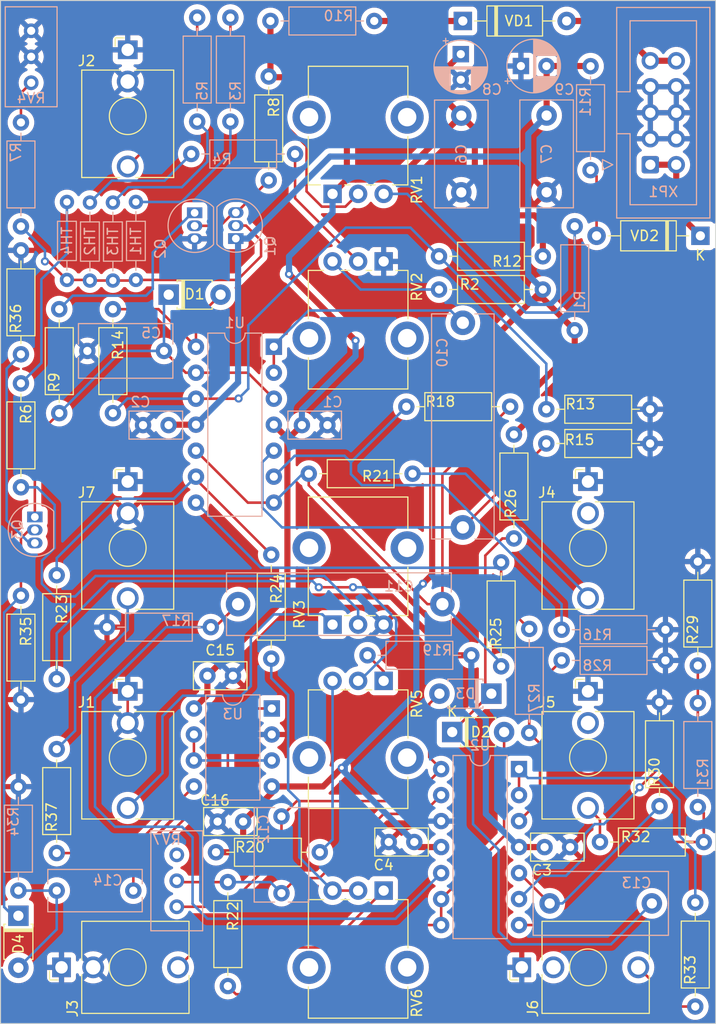
<source format=kicad_pcb>
(kicad_pcb (version 20221018) (generator pcbnew)

  (general
    (thickness 1.6)
  )

  (paper "A4")
  (layers
    (0 "F.Cu" signal)
    (31 "B.Cu" signal)
    (32 "B.Adhes" user "B.Adhesive")
    (33 "F.Adhes" user "F.Adhesive")
    (34 "B.Paste" user)
    (35 "F.Paste" user)
    (36 "B.SilkS" user "B.Silkscreen")
    (37 "F.SilkS" user "F.Silkscreen")
    (38 "B.Mask" user)
    (39 "F.Mask" user)
    (40 "Dwgs.User" user "User.Drawings")
    (41 "Cmts.User" user "User.Comments")
    (42 "Eco1.User" user "User.Eco1")
    (43 "Eco2.User" user "User.Eco2")
    (44 "Edge.Cuts" user)
    (45 "Margin" user)
    (46 "B.CrtYd" user "B.Courtyard")
    (47 "F.CrtYd" user "F.Courtyard")
    (48 "B.Fab" user)
    (49 "F.Fab" user)
    (50 "User.1" user)
    (51 "User.2" user)
    (52 "User.3" user)
    (53 "User.4" user)
    (54 "User.5" user)
    (55 "User.6" user)
    (56 "User.7" user)
    (57 "User.8" user)
    (58 "User.9" user)
  )

  (setup
    (stackup
      (layer "F.SilkS" (type "Top Silk Screen"))
      (layer "F.Paste" (type "Top Solder Paste"))
      (layer "F.Mask" (type "Top Solder Mask") (thickness 0.01))
      (layer "F.Cu" (type "copper") (thickness 0.035))
      (layer "dielectric 1" (type "core") (thickness 1.51) (material "FR4") (epsilon_r 4.5) (loss_tangent 0.02))
      (layer "B.Cu" (type "copper") (thickness 0.035))
      (layer "B.Mask" (type "Bottom Solder Mask") (thickness 0.01))
      (layer "B.Paste" (type "Bottom Solder Paste"))
      (layer "B.SilkS" (type "Bottom Silk Screen"))
      (copper_finish "None")
      (dielectric_constraints no)
    )
    (pad_to_mask_clearance 0)
    (grid_origin 84.5 17.5)
    (pcbplotparams
      (layerselection 0x00010fc_ffffffff)
      (plot_on_all_layers_selection 0x0000000_00000000)
      (disableapertmacros false)
      (usegerberextensions false)
      (usegerberattributes true)
      (usegerberadvancedattributes true)
      (creategerberjobfile true)
      (dashed_line_dash_ratio 12.000000)
      (dashed_line_gap_ratio 3.000000)
      (svgprecision 6)
      (plotframeref false)
      (viasonmask true)
      (mode 1)
      (useauxorigin true)
      (hpglpennumber 1)
      (hpglpenspeed 20)
      (hpglpendiameter 15.000000)
      (dxfpolygonmode true)
      (dxfimperialunits true)
      (dxfusepcbnewfont true)
      (psnegative false)
      (psa4output false)
      (plotreference true)
      (plotvalue true)
      (plotinvisibletext false)
      (sketchpadsonfab false)
      (subtractmaskfromsilk false)
      (outputformat 1)
      (mirror false)
      (drillshape 0)
      (scaleselection 1)
      (outputdirectory "./gerbers")
    )
  )

  (net 0 "")
  (net 1 "+12V")
  (net 2 "GNDREF")
  (net 3 "-12V")
  (net 4 "Net-(C5-Pad1)")
  (net 5 "Net-(C10-Pad1)")
  (net 6 "Net-(C10-Pad2)")
  (net 7 "Net-(C11-Pad1)")
  (net 8 "Net-(C11-Pad2)")
  (net 9 "Net-(C12-Pad1)")
  (net 10 "Net-(C12-Pad2)")
  (net 11 "Net-(C13-Pad1)")
  (net 12 "Net-(C13-Pad2)")
  (net 13 "Net-(D1-Pad2)")
  (net 14 "Net-(D2-Pad2)")
  (net 15 "Net-(C14-Pad1)")
  (net 16 "Net-(Q1-Pad3)")
  (net 17 "Net-(Q2-Pad1)")
  (net 18 "Net-(R1-Pad1)")
  (net 19 "Net-(R2-Pad1)")
  (net 20 "Net-(R3-Pad1)")
  (net 21 "Net-(R3-Pad2)")
  (net 22 "Net-(R4-Pad1)")
  (net 23 "Net-(R4-Pad2)")
  (net 24 "Net-(R5-Pad1)")
  (net 25 "Net-(J2-PadT)")
  (net 26 "Net-(R6-Pad1)")
  (net 27 "Net-(R6-Pad2)")
  (net 28 "Net-(R7-Pad2)")
  (net 29 "Net-(R10-Pad1)")
  (net 30 "Net-(R11-Pad2)")
  (net 31 "Net-(R12-Pad2)")
  (net 32 "Net-(R16-Pad1)")
  (net 33 "Net-(R19-Pad2)")
  (net 34 "Net-(R20-Pad1)")
  (net 35 "Net-(J4-PadT)")
  (net 36 "Net-(R23-Pad1)")
  (net 37 "Net-(R23-Pad2)")
  (net 38 "Net-(R24-Pad2)")
  (net 39 "Net-(R25-Pad2)")
  (net 40 "Net-(R27-Pad2)")
  (net 41 "Net-(R29-Pad1)")
  (net 42 "Net-(R31-Pad1)")
  (net 43 "Net-(J5-PadT)")
  (net 44 "Net-(J6-PadT)")
  (net 45 "Net-(R33-Pad2)")
  (net 46 "/FM IN LVL")
  (net 47 "Net-(J3-PadT)")
  (net 48 "unconnected-(RV7-Pad1)")
  (net 49 "Net-(VD1-Pad2)")
  (net 50 "Net-(VD2-Pad1)")
  (net 51 "Net-(C14-Pad2)")
  (net 52 "Net-(D4-Pad1)")
  (net 53 "unconnected-(J4-PadTN)")
  (net 54 "unconnected-(J5-PadTN)")
  (net 55 "unconnected-(J6-PadTN)")
  (net 56 "Net-(J7-PadT)")
  (net 57 "Net-(Q1-Pad2)")
  (net 58 "Net-(Q3-Pad3)")
  (net 59 "Net-(R37-Pad1)")
  (net 60 "Net-(U3-Pad3)")

  (footprint "Capacitor_THT:C_Disc_D5.0mm_W2.5mm_P2.50mm" (layer "F.Cu") (at 41.25 94.25))

  (footprint "SynthMages:Jack_3.5mm_QingPu_WQP-PJ398SM_Vertical_CircularHoles_Socket_Centered" (layer "F.Cu") (at 32.45 88))

  (footprint "Resistor_THT:R_Axial_DIN0207_L6.3mm_D2.5mm_P10.16mm_Horizontal" (layer "F.Cu") (at 42.25 100.17 -90))

  (footprint "SynthMages:Potentiometer_Alpha_RD901F-40-00D_Single_Vertical_CircularHoles_Shaft_Centered" (layer "F.Cu") (at 55 47 -90))

  (footprint "Resistor_THT:R_Axial_DIN0207_L6.3mm_D2.5mm_P10.16mm_Horizontal" (layer "F.Cu") (at 60.33 60.25 180))

  (footprint "SynthMages:Jack_3.5mm_QingPu_WQP-PJ398SM_Vertical_CircularHoles_Socket_Centered" (layer "F.Cu") (at 77.5 88))

  (footprint "Resistor_THT:R_Axial_DIN0207_L6.3mm_D2.5mm_P10.16mm_Horizontal" (layer "F.Cu") (at 22 51.42 -90))

  (footprint "SynthMages:Jack_3.5mm_QingPu_WQP-PJ398SM_Vertical_CircularHoles_Socket_Centered" (layer "F.Cu") (at 32.45 67.5))

  (footprint "Resistor_THT:R_Axial_DIN0207_L6.3mm_D2.5mm_P10.16mm_Horizontal" (layer "F.Cu") (at 78.67 96.25))

  (footprint "SynthMages:Jack_3.5mm_QingPu_WQP-PJ398SM_Vertical_CircularHoles_Socket_Centered" (layer "F.Cu") (at 77.5 108.5 90))

  (footprint "SynthMages:Jack_3.5mm_QingPu_WQP-PJ398SM_Vertical_CircularHoles_Socket_Centered" (layer "F.Cu") (at 32.45 25.3))

  (footprint "Resistor_THT:R_Axial_DIN0207_L6.3mm_D2.5mm_P10.16mm_Horizontal" (layer "F.Cu") (at 46.5 68.17 -90))

  (footprint "Resistor_THT:R_Axial_DIN0207_L6.3mm_D2.5mm_P10.16mm_Horizontal" (layer "F.Cu") (at 88 112.33 90))

  (footprint "Resistor_THT:R_Axial_DIN0207_L6.3mm_D2.5mm_P10.16mm_Horizontal" (layer "F.Cu") (at 88.25 79 90))

  (footprint "Capacitor_THT:C_Disc_D5.0mm_W2.5mm_P2.50mm" (layer "F.Cu") (at 40.25 80))

  (footprint "Capacitor_THT:C_Disc_D5.0mm_W2.5mm_P2.50mm" (layer "F.Cu") (at 58 96.25))

  (footprint "Resistor_THT:R_Axial_DIN0207_L6.3mm_D2.5mm_P10.16mm_Horizontal" (layer "F.Cu") (at 73.42 57.3))

  (footprint "SynthMages:Potentiometer_Alpha_RD901F-40-00D_Single_Vertical_CircularHoles_Shaft_Centered" (layer "F.Cu") (at 55 88 -90))

  (footprint "Resistor_THT:R_Axial_DIN0207_L6.3mm_D2.5mm_P10.16mm_Horizontal" (layer "F.Cu") (at 73.08 39 180))

  (footprint "Diode_THT:D_A-405_P10.16mm_Horizontal" (layer "F.Cu") (at 88.5 37 180))

  (footprint "Capacitor_THT:C_Disc_D5.0mm_W2.5mm_P2.50mm" (layer "F.Cu") (at 73.25 96.75))

  (footprint "Diode_THT:D_T-1_P5.08mm_Horizontal" (layer "F.Cu") (at 64.21 85.5))

  (footprint "SynthMages:Jack_3.5mm_QingPu_WQP-PJ398SM_Vertical_CircularHoles_Socket_Centered" (layer "F.Cu") (at 32.45 108.5 90))

  (footprint "Resistor_THT:R_Axial_DIN0207_L6.3mm_D2.5mm_P10.16mm_Horizontal" (layer "F.Cu") (at 22 48.58 90))

  (footprint "Diode_THT:D_T-1_P5.08mm_Horizontal" (layer "F.Cu") (at 36.46 42.75))

  (footprint "Resistor_THT:R_Axial_DIN0207_L6.3mm_D2.5mm_P10.16mm_Horizontal" (layer "F.Cu") (at 62.92 42.25))

  (footprint "Resistor_THT:R_Axial_DIN0207_L6.3mm_D2.5mm_P10.16mm_Horizontal" (layer "F.Cu") (at 25.5 97.33 90))

  (footprint "Resistor_THT:R_Axial_DIN0207_L6.3mm_D2.5mm_P10.16mm_Horizontal" (layer "F.Cu") (at 22 72.17 -90))

  (footprint "SynthMages:Potentiometer_Alpha_RD901F-40-00D_Single_Vertical_CircularHoles_Shaft_Centered" (layer "F.Cu") (at 55 25.4 90))

  (footprint "Resistor_THT:R_Axial_DIN0207_L6.3mm_D2.5mm_P10.16mm_Horizontal" (layer "F.Cu") (at 84.5 92.75 90))

  (footprint "Resistor_THT:R_Axial_DIN0207_L6.3mm_D2.5mm_P10.16mm_Horizontal" (layer "F.Cu") (at 51.25 97.25 180))

  (footprint "Resistor_THT:R_Axial_DIN0207_L6.3mm_D2.5mm_P10.16mm_Horizontal" (layer "F.Cu") (at 46.25 21.42 -90))

  (footprint "Diode_THT:D_T-1_P5.08mm_Horizontal" (layer "F.Cu") (at 21.75 103.46 -90))

  (footprint "Resistor_THT:R_Axial_DIN0207_L6.3mm_D2.5mm_P10.16mm_Horizontal" (layer "F.Cu") (at 73.42 53.95))

  (footprint "Resistor_THT:R_Axial_DIN0207_L6.3mm_D2.5mm_P10.16mm_Horizontal" (layer "F.Cu") (at 69 79.08 90))

  (footprint "SynthMages:Potentiometer_Alpha_RD901F-40-00D_Single_Vertical_CircularHoles_Shaft_Centered" (layer "F.Cu") (at 55 67.5 90))

  (footprint "Resistor_THT:R_Axial_DIN0207_L6.3mm_D2.5mm_P10.16mm_Horizontal" (layer "F.Cu") (at 25.75 54.33 90))

  (footprint "Resistor_THT:R_Axial_DIN0207_L6.3mm_D2.5mm_P10.16mm_Horizontal" (layer "F.Cu") (at 25.5 70.17 -90))

  (footprint "Resistor_THT:R_Axial_DIN0207_L6.3mm_D2.5mm_P10.16mm_Horizontal" (layer "F.Cu") (at 70.25 66.58 90))

  (footprint "Resistor_THT:R_Axial_DIN0207_L6.3mm_D2.5mm_P10.16mm_Horizontal" (layer "F.Cu") (at 59.72 53.7))

  (footprint "Resistor_THT:R_Axial_DIN0207_L6.3mm_D2.5mm_P10.16mm_Horizontal" (layer "F.Cu") (at 31 44.17 -90))

  (footprint "Diode_THT:D_A-405_P10.16mm_Horizontal" (layer "F.Cu") (at 65.25 16))

  (footprint "SynthMages:Jack_3.5mm_QingPu_WQP-PJ398SM_Vertical_CircularHoles_Socket_Centered" (layer "F.Cu")
    (tstamp f40aadff-3079-4793-b758-372380834aaa)
    (at 77.5 67.5)
    (descr "TRS 3.5mm, vertical, Thonkiconn, PCB mount, (http://www.qingpu-electronics.com/en/products/WQP-PJ398SM-362.html)")
    (tags "WQP-PJ398SM WQP-PJ301M-12 TRS 3.5mm mono vertical jack thonkiconn qingpu")
    (property "Sheetfile" "Fireball.kicad_sch")
    (property "Sheetname" "")
    (path "/dd316292-8e30-4ad5-b5a2-f93f1c8ccf04")
    (attr through_hole)
    (fp_text reference "J4" (at -4.03 -5.4 180) (layer "F.SilkS")
        (effects (font (size 1 1) (thickness 0.15)))
      (tstamp 59413e0d-98c4-4d50-a848-946bdeb182c3)
    )
    (fp_text value "SAW_OUT" (at 0 -1.48 180) (layer "F.Fab")
        (effects (font (size 1 1) (thickness 0.15)))
      (tstamp 8fa3c8d2-8aea-4405-8cc9-d6b56ab43c0d)
    )
    (fp_text user "KEEPOUT" (at 0 0) (layer "Cmts.User")
        (effects (font (size 0.4 0.4) (thickness 0.051)))
      (tstamp 0327f608-1d60-453b-a191-a0a309ad2cf9)
    )
    (fp_text user "${REFERENCE}" (at 0 1.52 180) (layer "F.Fab")
        (effects (font (size 1 1) (thickness 0.15
... [1116170 chars truncated]
</source>
